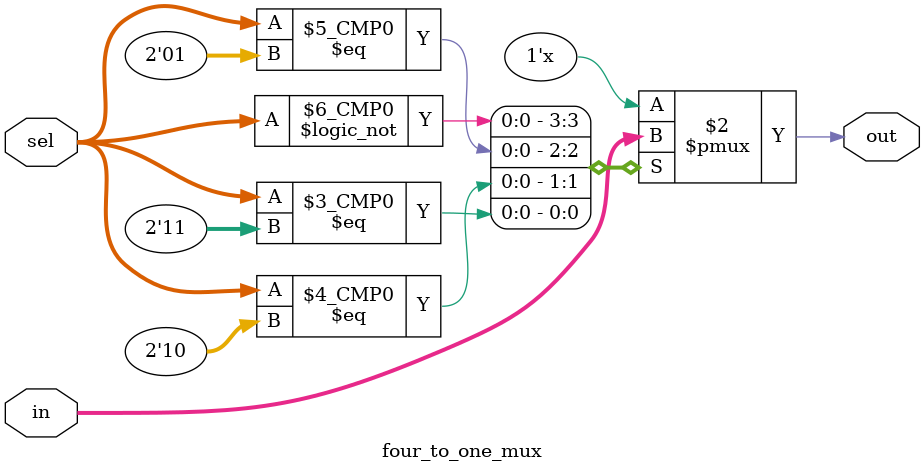
<source format=sv>
/*
Leading zero counter.

When all 16 bits are 0 the output stil returns 15.
This is fine since we are doing barel shifting anyway.
*/


module sixteen_bit_lzc (
    input wire clk,
    input wire [15:0] array,
    output reg [3:0] value
);

    wire [7:0] q;
    wire [3:0] a;
    wire [1:0] q2;
    wire [1:0] out;

    four_bit_LZC LZC_0(.x(array[3:0]), .q(q[1:0]), .a(a[0]));
    four_bit_LZC LZC_1(.x(array[7:4]), .q(q[3:2]), .a(a[1]));
    four_bit_LZC LZC_2(.x(array[11:8]), .q(q[5:4]), .a(a[2]));
    four_bit_LZC LZC_3(.x(array[15:12]), .q(q[7:6]), .a(a[3]));

    four_bit_LZE LZE_0(.x(a), .q(q2));

    four_to_one_mux mux_0(.in({q[6], q[4], q[2], q[0]}), .sel(q2), .out(out[0]));
    four_to_one_mux mux_1(.in({q[7], q[5], q[3], q[1]}), .sel(q2), .out(out[1]));

always @(posedge clk) begin
    value <= {q2, out};
end

endmodule

/* verilator lint_off DECLFILENAME */
module four_bit_LZC (
    input wire [3:0] x,
    output wire [1:0] q,
    output wire a
);

assign a = ~|x;
assign q[1] = ~(x[3] | x[2]);
assign q[0] = (~x[1] | x[2]) & (~x[3]);

endmodule
/* verilator lint_on DECLFILENAME */


module four_bit_LZE (
    input wire [3:0] x,
    output reg [1:0] q
);

assign q[1] = x[3] &  x[2];
assign q[0] = (x[3] & ~x[2]) | (x[3] & x[2] & x[1] & ~x[0]) | &x;

endmodule


module four_to_one_mux (
    input wire [3:0] in,
    input wire [1:0] sel,
    output reg out
);

always @(*) begin
    case (sel)
        2'b00: out = in[3];
        2'b01: out = in[2];
        2'b10: out = in[1];
        2'b11: out = in[0];
    endcase
end

endmodule

</source>
